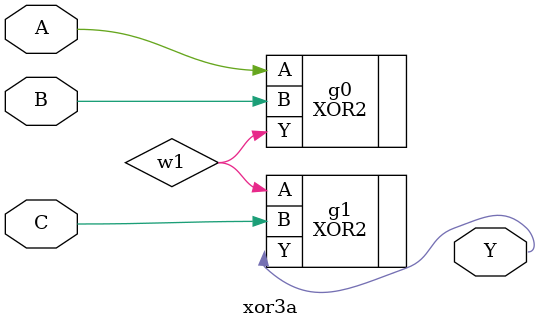
<source format=v>
module xor3a  ( 
    A, B, C,
    Y  );
  input  A, B, C;
  output Y;
  wire w1;
  XOR2 g0(.A(A), .B(B), .Y(w1));
  XOR2 g1(.A(w1), .B(C), .Y(Y));
endmodule


</source>
